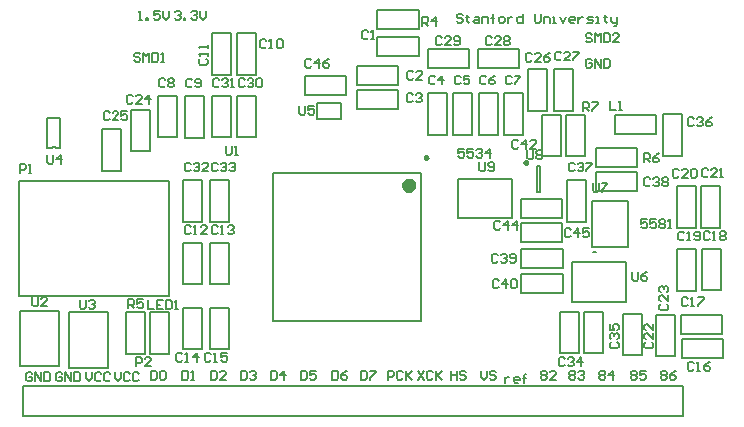
<source format=gto>
%FSTAX23Y23*%
%MOIN*%
%SFA1B1*%

%IPPOS*%
%ADD35C,0.009843*%
%ADD36C,0.023622*%
%ADD37C,0.007874*%
%ADD38C,0.005000*%
%ADD39C,0.005984*%
%LNbackscatter_tag_pcb-1*%
%LPD*%
G54D35*
X03357Y02934D02*
D01*
X03357Y02934*
X03357Y02935*
X03357Y02935*
X03356Y02935*
X03356Y02936*
X03356Y02936*
X03356Y02936*
X03356Y02937*
X03356Y02937*
X03355Y02937*
X03355Y02937*
X03355Y02938*
X03355Y02938*
X03354Y02938*
X03354Y02938*
X03354Y02938*
X03354Y02939*
X03353Y02939*
X03353Y02939*
X03353Y02939*
X03352Y02939*
X03352Y02939*
X03352*
X03351Y02939*
X03351Y02939*
X03351Y02939*
X0335Y02939*
X0335Y02939*
X0335Y02938*
X03349Y02938*
X03349Y02938*
X03349Y02938*
X03348Y02938*
X03348Y02937*
X03348Y02937*
X03348Y02937*
X03348Y02937*
X03347Y02936*
X03347Y02936*
X03347Y02936*
X03347Y02935*
X03347Y02935*
X03347Y02935*
X03347Y02934*
X03347Y02934*
X03347Y02934*
X03347Y02933*
X03347Y02933*
X03347Y02933*
X03347Y02932*
X03347Y02932*
X03347Y02932*
X03348Y02931*
X03348Y02931*
X03348Y02931*
X03348Y02931*
X03348Y0293*
X03349Y0293*
X03349Y0293*
X03349Y0293*
X0335Y0293*
X0335Y02929*
X0335Y02929*
X03351Y02929*
X03351Y02929*
X03351Y02929*
X03352Y02929*
X03352*
X03352Y02929*
X03353Y02929*
X03353Y02929*
X03353Y02929*
X03354Y02929*
X03354Y0293*
X03354Y0293*
X03354Y0293*
X03355Y0293*
X03355Y0293*
X03355Y02931*
X03355Y02931*
X03356Y02931*
X03356Y02931*
X03356Y02932*
X03356Y02932*
X03356Y02932*
X03356Y02933*
X03357Y02933*
X03357Y02933*
X03357Y02934*
X03357Y02934*
X0369Y0292D02*
D01*
X0369Y0292*
X0369Y02921*
X0369Y02921*
X0369Y02921*
X03689Y02922*
X03689Y02922*
X03689Y02922*
X03689Y02923*
X03689Y02923*
X03689Y02923*
X03688Y02923*
X03688Y02924*
X03688Y02924*
X03688Y02924*
X03687Y02924*
X03687Y02924*
X03687Y02925*
X03686Y02925*
X03686Y02925*
X03686Y02925*
X03685Y02925*
X03685Y02925*
X03685*
X03684Y02925*
X03684Y02925*
X03684Y02925*
X03683Y02925*
X03683Y02925*
X03683Y02924*
X03682Y02924*
X03682Y02924*
X03682Y02924*
X03682Y02924*
X03681Y02923*
X03681Y02923*
X03681Y02923*
X03681Y02923*
X03681Y02922*
X0368Y02922*
X0368Y02922*
X0368Y02921*
X0368Y02921*
X0368Y02921*
X0368Y0292*
X0368Y0292*
X0368Y0292*
X0368Y02919*
X0368Y02919*
X0368Y02919*
X0368Y02918*
X0368Y02918*
X03681Y02918*
X03681Y02917*
X03681Y02917*
X03681Y02917*
X03681Y02917*
X03682Y02916*
X03682Y02916*
X03682Y02916*
X03682Y02916*
X03683Y02916*
X03683Y02915*
X03683Y02915*
X03684Y02915*
X03684Y02915*
X03684Y02915*
X03685Y02915*
X03685*
X03685Y02915*
X03686Y02915*
X03686Y02915*
X03686Y02915*
X03687Y02915*
X03687Y02916*
X03687Y02916*
X03688Y02916*
X03688Y02916*
X03688Y02916*
X03688Y02917*
X03689Y02917*
X03689Y02917*
X03689Y02917*
X03689Y02918*
X03689Y02918*
X03689Y02918*
X0369Y02919*
X0369Y02919*
X0369Y02919*
X0369Y0292*
X0369Y0292*
G54D36*
X03306Y02843D02*
D01*
X03306Y02844*
X03306Y02845*
X03306Y02846*
X03306Y02847*
X03306Y02847*
X03305Y02848*
X03305Y02849*
X03305Y0285*
X03304Y0285*
X03304Y02851*
X03303Y02852*
X03303Y02852*
X03302Y02853*
X03301Y02853*
X03301Y02854*
X033Y02854*
X03299Y02854*
X03298Y02855*
X03297Y02855*
X03297Y02855*
X03296Y02855*
X03295Y02855*
X03294*
X03293Y02855*
X03293Y02855*
X03292Y02855*
X03291Y02855*
X0329Y02854*
X03289Y02854*
X03289Y02854*
X03288Y02853*
X03287Y02853*
X03287Y02852*
X03286Y02852*
X03286Y02851*
X03285Y0285*
X03285Y0285*
X03284Y02849*
X03284Y02848*
X03284Y02847*
X03283Y02847*
X03283Y02846*
X03283Y02845*
X03283Y02844*
X03283Y02843*
X03283Y02843*
X03283Y02842*
X03283Y02841*
X03283Y0284*
X03284Y02839*
X03284Y02839*
X03284Y02838*
X03285Y02837*
X03285Y02836*
X03286Y02836*
X03286Y02835*
X03287Y02835*
X03287Y02834*
X03288Y02834*
X03289Y02833*
X03289Y02833*
X0329Y02832*
X03291Y02832*
X03292Y02832*
X03293Y02832*
X03293Y02832*
X03294Y02832*
X03295*
X03296Y02832*
X03297Y02832*
X03297Y02832*
X03298Y02832*
X03299Y02832*
X033Y02833*
X03301Y02833*
X03301Y02834*
X03302Y02834*
X03303Y02835*
X03303Y02835*
X03304Y02836*
X03304Y02836*
X03305Y02837*
X03305Y02838*
X03305Y02839*
X03306Y02839*
X03306Y0284*
X03306Y02841*
X03306Y02842*
X03306Y02843*
X03306Y02843*
G54D37*
X02117Y02966D02*
D01*
X02117Y02966*
X02117Y02966*
X02117Y02967*
X02117Y02967*
X02117Y02968*
X02117Y02968*
X02116Y02969*
X02116Y02969*
X02116Y02969*
X02116Y0297*
X02115Y0297*
X02115Y0297*
X02115Y02971*
X02114Y02971*
X02114Y02971*
X02114Y02971*
X02113Y02971*
X02113Y02972*
X02112Y02972*
X02112Y02972*
X02111Y02972*
X02111Y02972*
X02111*
X0211Y02972*
X0211Y02972*
X02109Y02972*
X02109Y02972*
X02108Y02971*
X02108Y02971*
X02108Y02971*
X02107Y02971*
X02107Y02971*
X02107Y0297*
X02106Y0297*
X02106Y0297*
X02106Y02969*
X02105Y02969*
X02105Y02969*
X02105Y02968*
X02105Y02968*
X02105Y02967*
X02105Y02967*
X02104Y02966*
X02104Y02966*
X02104Y02966*
X02495Y02473D02*
Y02687D01*
Y02637D02*
Y02856D01*
X01995D02*
X02495D01*
X01995Y02473D02*
Y02856D01*
Y02473D02*
X02495D01*
X03838Y02455D02*
Y02588D01*
X04018*
Y02455D02*
Y02588D01*
X03838Y02455D02*
X04018D01*
X02842Y02883D02*
X03334D01*
X02842Y02391D02*
X03334D01*
Y02883*
X02842Y02391D02*
Y02883D01*
X02133Y02966D02*
Y03068D01*
X02089D02*
X02133D01*
X02089Y02966D02*
Y03068D01*
Y02966D02*
X02104D01*
X02117D02*
X02133D01*
X0201Y02075D02*
Y02175D01*
X0421*
Y02075D02*
Y02175D01*
X04135Y02075D02*
X0421D01*
X0201D02*
X04135D01*
X01997Y02239D02*
X02127D01*
Y02425*
X01997D02*
X02127D01*
X01997Y02239D02*
Y02425D01*
X02162Y02234D02*
X02292D01*
Y0242*
X02162D02*
X02292D01*
X02162Y02234D02*
Y0242D01*
X03723Y02907D02*
X03731D01*
X03723Y02821D02*
X03731D01*
X03723D02*
Y02907D01*
X03731Y02821D02*
Y02907D01*
X0299Y03063D02*
Y03118D01*
X0307*
Y03063D02*
Y03118D01*
X0299Y03063D02*
X0307D01*
X03459Y02733D02*
Y02865D01*
X03639*
Y02733D02*
Y02865D01*
X03459Y02733D02*
X03639D01*
X03905Y02637D02*
Y02792D01*
Y02637D02*
X04025D01*
Y02792*
X03905D02*
X04025D01*
G54D38*
X03778Y0323D02*
X03841D01*
X03778Y03092D02*
Y0323D01*
Y03092D02*
X03841D01*
Y0323*
X0434Y02348D02*
Y02411D01*
X04202D02*
X0434D01*
X04202Y02348D02*
Y02411D01*
Y02348D02*
X0434D01*
X02633Y0286D02*
X02696D01*
X02633Y02722D02*
Y0286D01*
Y02722D02*
X02696D01*
Y0286*
X02543Y02514D02*
X02606D01*
Y02652*
X02543D02*
X02606D01*
X02543Y02514D02*
Y02652D01*
X02723Y03142D02*
X02786D01*
X02723Y03004D02*
Y03142D01*
Y03004D02*
X02786D01*
Y03142*
X04188Y0263D02*
X04251D01*
X04188Y02492D02*
Y0263D01*
Y02492D02*
X04251D01*
Y0263*
X04273Y02632D02*
X04336D01*
X04273Y02494D02*
Y02632D01*
Y02494D02*
X04336D01*
Y02632*
X02638Y03142D02*
X02701D01*
X02638Y03004D02*
Y03142D01*
Y03004D02*
X02701D01*
Y03142*
X03358Y0315D02*
X03421D01*
X03358Y03012D02*
Y0315D01*
Y03012D02*
X03421D01*
Y0315*
X02273Y02892D02*
X02336D01*
Y0303*
X02273D02*
X02336D01*
X02273Y02892D02*
Y0303D01*
X03528Y0315D02*
X03591D01*
X03528Y03012D02*
Y0315D01*
Y03012D02*
X03591D01*
Y0315*
X02543Y0286D02*
X02606D01*
X02543Y02722D02*
Y0286D01*
Y02722D02*
X02606D01*
Y0286*
X04268Y02702D02*
X04331D01*
Y0284*
X04268D02*
X04331D01*
X04268Y02702D02*
Y0284D01*
X03613Y0315D02*
X03676D01*
X03613Y03012D02*
Y0315D01*
Y03012D02*
X03676D01*
Y0315*
X02548Y0314D02*
X02611D01*
X02548Y03002D02*
Y0314D01*
Y03002D02*
X02611D01*
Y0314*
X02633Y02514D02*
X02696D01*
Y02652*
X02633D02*
X02696D01*
X02633Y02514D02*
Y02652D01*
X03443Y0315D02*
X03506D01*
X03443Y03012D02*
Y0315D01*
Y03012D02*
X03506D01*
Y0315*
X02458Y03142D02*
X02521D01*
X02458Y03004D02*
Y03142D01*
Y03004D02*
X02521D01*
Y03142*
X0326Y03098D02*
Y03161D01*
X03122D02*
X0326D01*
X03122Y03098D02*
Y03161D01*
Y03098D02*
X0326D01*
Y03178D02*
Y03241D01*
X03122D02*
X0326D01*
X03122Y03178D02*
Y03241D01*
Y03178D02*
X0326D01*
X03693Y0323D02*
X03756D01*
X03693Y03092D02*
Y0323D01*
Y03092D02*
X03756D01*
Y0323*
X03662Y03233D02*
Y03296D01*
X03524D02*
X03662D01*
X03524Y03233D02*
Y03296D01*
Y03233D02*
X03662D01*
X03357D02*
Y03296D01*
Y03233D02*
X03495D01*
Y03296*
X03357D02*
X03495D01*
X02723Y0335D02*
X02786D01*
X02723Y03212D02*
Y0335D01*
Y03212D02*
X02786D01*
Y0335*
X02638D02*
X02701D01*
X02638Y03212D02*
Y0335D01*
Y03212D02*
X02701D01*
Y0335*
X04342Y02268D02*
Y02331D01*
X04204D02*
X04342D01*
X04204Y02268D02*
Y02331D01*
Y02268D02*
X04342D01*
X04188Y02702D02*
X04251D01*
Y0284*
X04188D02*
X04251D01*
X04188Y02702D02*
Y0284D01*
X03798Y02284D02*
X03861D01*
Y02422*
X03798D02*
X03861D01*
X03798Y02284D02*
Y02422D01*
X03878Y02284D02*
X03941D01*
Y02422*
X03878D02*
X03941D01*
X03878Y02284D02*
Y02422D01*
X04008Y02277D02*
X04071D01*
Y02415*
X04008D02*
X04071D01*
X04008Y02277D02*
Y02415D01*
X03327Y03273D02*
Y03336D01*
X03189D02*
X03327D01*
X03189Y03273D02*
Y03336D01*
Y03273D02*
X03327D01*
X02368Y03095D02*
X02431D01*
X02368Y02957D02*
Y03095D01*
Y02957D02*
X02431D01*
Y03095*
X02433Y02282D02*
X02496D01*
Y0242*
X02433D02*
X02496D01*
X02433Y02282D02*
Y0242D01*
X04118Y02274D02*
X04181D01*
Y02412*
X04118D02*
X04181D01*
X04118Y02274D02*
Y02412D01*
X03189Y03363D02*
Y03426D01*
Y03363D02*
X03327D01*
Y03426*
X03189D02*
X03327D01*
X02353Y02282D02*
X02416D01*
Y0242*
X02353D02*
X02416D01*
X02353Y02282D02*
Y0242D01*
X02633Y02297D02*
X02696D01*
Y02435*
X02633D02*
X02696D01*
X02633Y02297D02*
Y02435D01*
X02543Y02297D02*
X02606D01*
Y02435*
X02543D02*
X02606D01*
X02543Y02297D02*
Y02435D01*
X03823Y0286D02*
X03886D01*
X03823Y02722D02*
Y0286D01*
Y02722D02*
X03886D01*
Y0286*
X02947Y03143D02*
Y03206D01*
Y03143D02*
X03085D01*
Y03206*
X02947D02*
X03085D01*
X04143Y02942D02*
X04206D01*
Y0308*
X04143D02*
X04206D01*
X04143Y02942D02*
Y0308D01*
X03982Y03013D02*
Y03076D01*
Y03013D02*
X0412D01*
Y03076*
X03982D02*
X0412D01*
X03818Y02939D02*
X03881D01*
Y03077*
X03818D02*
X03881D01*
X03818Y02939D02*
Y03077D01*
X03738Y02939D02*
X03801D01*
Y03077*
X03738D02*
X03801D01*
X03738Y02939D02*
Y03077D01*
X03667Y02733D02*
Y02796D01*
Y02733D02*
X03805D01*
Y02796*
X03667D02*
X03805D01*
X03667Y02653D02*
Y02716D01*
Y02653D02*
X03805D01*
Y02716*
X03667D02*
X03805D01*
X03917Y02903D02*
Y02966D01*
Y02903D02*
X04055D01*
Y02966*
X03917D02*
X04055D01*
X03917Y02823D02*
Y02886D01*
Y02823D02*
X04055D01*
Y02886*
X03917D02*
X04055D01*
X03669Y02568D02*
Y02631D01*
Y02568D02*
X03807D01*
Y02631*
X03669D02*
X03807D01*
X03669Y02483D02*
Y02546D01*
Y02483D02*
X03807D01*
Y02546*
X03669D02*
X03807D01*
X0391Y02622D02*
X0392D01*
G54D39*
X0316Y03355D02*
X03155Y0336D01*
X03145*
X0314Y03355*
Y03335*
X03145Y0333*
X03155*
X0316Y03335*
X0317Y0333D02*
X0318D01*
X03175*
Y0336*
X0317Y03355*
X0331Y0322D02*
X03305Y03225D01*
X03295*
X0329Y0322*
Y032*
X03295Y03195*
X03305*
X0331Y032*
X0334Y03195D02*
X0332D01*
X0334Y03215*
Y0322*
X03335Y03225*
X03325*
X0332Y0322*
X03308Y03145D02*
X03303Y0315D01*
X03293*
X03288Y03145*
Y03125*
X03293Y0312*
X03303*
X03308Y03125*
X03318Y03145D02*
X03323Y0315D01*
X03333*
X03338Y03145*
Y0314*
X03333Y03135*
X03328*
X03333*
X03338Y0313*
Y03125*
X03333Y0312*
X03323*
X03318Y03125*
X03382Y03203D02*
X03377Y03208D01*
X03367*
X03362Y03203*
Y03184*
X03367Y03179*
X03377*
X03382Y03184*
X03406Y03179D02*
Y03208D01*
X03392Y03193*
X03411*
X03467Y03203D02*
X03462Y03208D01*
X03452*
X03447Y03203*
Y03184*
X03452Y03179*
X03462*
X03467Y03184*
X03496Y03208D02*
X03477D01*
Y03193*
X03486Y03198*
X03491*
X03496Y03193*
Y03184*
X03491Y03179*
X03482*
X03477Y03184*
X03552Y03203D02*
X03547Y03208D01*
X03537*
X03532Y03203*
Y03184*
X03537Y03179*
X03547*
X03552Y03184*
X03581Y03208D02*
X03571Y03203D01*
X03562Y03193*
Y03184*
X03567Y03179*
X03576*
X03581Y03184*
Y03189*
X03576Y03193*
X03562*
X03637Y03203D02*
X03632Y03208D01*
X03622*
X03617Y03203*
Y03184*
X03622Y03179*
X03632*
X03637Y03184*
X03647Y03208D02*
X03666D01*
Y03203*
X03647Y03184*
Y03179*
X02482Y03195D02*
X02477Y032D01*
X02467*
X02462Y03195*
Y03175*
X02467Y0317*
X02477*
X02482Y03175*
X02492Y03195D02*
X02497Y032D01*
X02506*
X02511Y03195*
Y0319*
X02506Y03185*
X02511Y0318*
Y03175*
X02506Y0317*
X02497*
X02492Y03175*
Y0318*
X02497Y03185*
X02492Y0319*
Y03195*
X02497Y03185D02*
X02506D01*
X02572Y03193D02*
X02567Y03198D01*
X02557*
X02552Y03193*
Y03174*
X02557Y03169*
X02567*
X02572Y03174*
X02582D02*
X02587Y03169D01*
X02596*
X02601Y03174*
Y03193*
X02596Y03198*
X02587*
X02582Y03193*
Y03188*
X02587Y03183*
X02601*
X0282Y03325D02*
X02815Y0333D01*
X02805*
X028Y03325*
Y03305*
X02805Y033*
X02815*
X0282Y03305*
X0283Y033D02*
X0284D01*
X02835*
Y0333*
X0283Y03325*
X02855D02*
X0286Y0333D01*
X02869*
X02874Y03325*
Y03305*
X02869Y033*
X0286*
X02855Y03305*
Y03325*
X026Y03265D02*
X02595Y0326D01*
Y0325*
X026Y03245*
X0262*
X02625Y0325*
Y0326*
X0262Y03265*
X02625Y03275D02*
Y03285D01*
Y0328*
X02595*
X026Y03275*
X02625Y033D02*
Y03309D01*
Y03305*
X02595*
X026Y033*
X02567Y02705D02*
X02562Y0271D01*
X02552*
X02547Y02705*
Y02685*
X02552Y0268*
X02562*
X02567Y02685*
X02577Y0268D02*
X02586D01*
X02582*
Y0271*
X02577Y02705*
X02621Y0268D02*
X02601D01*
X02621Y027*
Y02705*
X02616Y0271*
X02606*
X02601Y02705*
X02657D02*
X02652Y0271D01*
X02642*
X02637Y02705*
Y02685*
X02642Y0268*
X02652*
X02657Y02685*
X02667Y0268D02*
X02676D01*
X02672*
Y0271*
X02667Y02705*
X02691D02*
X02696Y0271D01*
X02706*
X02711Y02705*
Y027*
X02706Y02695*
X02701*
X02706*
X02711Y0269*
Y02685*
X02706Y0268*
X02696*
X02691Y02685*
X0254Y0228D02*
X02535Y02285D01*
X02525*
X0252Y0228*
Y0226*
X02525Y02255*
X02535*
X0254Y0226*
X0255Y02255D02*
X0256D01*
X02555*
Y02285*
X0255Y0228*
X02589Y02255D02*
Y02285D01*
X02575Y0227*
X02594*
X02635Y0228D02*
X0263Y02285D01*
X0262*
X02615Y0228*
Y0226*
X0262Y02255*
X0263*
X02635Y0226*
X02645Y02255D02*
X02655D01*
X0265*
Y02285*
X02645Y0228*
X02689Y02285D02*
X0267D01*
Y0227*
X02679Y02275*
X02684*
X02689Y0227*
Y0226*
X02684Y02255*
X02675*
X0267Y0226*
X04245Y0225D02*
X0424Y02255D01*
X0423*
X04225Y0225*
Y0223*
X0423Y02225*
X0424*
X04245Y0223*
X04255Y02225D02*
X04265D01*
X0426*
Y02255*
X04255Y0225*
X04299Y02255D02*
X04289Y0225D01*
X0428Y0224*
Y0223*
X04285Y02225*
X04294*
X04299Y0223*
Y02235*
X04294Y0224*
X0428*
X04225Y02465D02*
X0422Y0247D01*
X0421*
X04205Y02465*
Y02445*
X0421Y0244*
X0422*
X04225Y02445*
X04235Y0244D02*
X04245D01*
X0424*
Y0247*
X04235Y02465*
X0426Y0247D02*
X0428D01*
Y02465*
X0426Y02445*
Y0244*
X04297Y02685D02*
X04292Y0269D01*
X04282*
X04277Y02685*
Y02665*
X04282Y0266*
X04292*
X04297Y02665*
X04307Y0266D02*
X04316D01*
X04312*
Y0269*
X04307Y02685*
X04331D02*
X04336Y0269D01*
X04346*
X04351Y02685*
Y0268*
X04346Y02675*
X04351Y0267*
Y02665*
X04346Y0266*
X04336*
X04331Y02665*
Y0267*
X04336Y02675*
X04331Y0268*
Y02685*
X04336Y02675D02*
X04346D01*
X04212Y02683D02*
X04207Y02688D01*
X04197*
X04192Y02683*
Y02664*
X04197Y02659*
X04207*
X04212Y02664*
X04222Y02659D02*
X04231D01*
X04227*
Y02688*
X04222Y02683*
X04246Y02664D02*
X04251Y02659D01*
X04261*
X04266Y02664*
Y02683*
X04261Y02688*
X04251*
X04246Y02683*
Y02678*
X04251Y02673*
X04266*
X04195Y02893D02*
X0419Y02898D01*
X0418*
X04175Y02893*
Y02873*
X0418Y02868*
X0419*
X04195Y02873*
X04225Y02868D02*
X04205D01*
X04225Y02888*
Y02893*
X0422Y02898*
X0421*
X04205Y02893*
X04235D02*
X04239Y02898D01*
X04249*
X04254Y02893*
Y02873*
X04249Y02868*
X04239*
X04235Y02873*
Y02893*
X04292Y02894D02*
X04287Y02899D01*
X04277*
X04272Y02894*
Y02874*
X04277Y02869*
X04287*
X04292Y02874*
X04321Y02869D02*
X04302D01*
X04321Y02889*
Y02894*
X04316Y02899*
X04307*
X04302Y02894*
X04331Y02869D02*
X04341D01*
X04336*
Y02899*
X04331Y02894*
X04085Y0232D02*
X0408Y02315D01*
Y02305*
X04085Y023*
X04105*
X0411Y02305*
Y02315*
X04105Y0232*
X0411Y0235D02*
Y0233D01*
X0409Y0235*
X04085*
X0408Y02345*
Y02335*
X04085Y0233*
X0411Y02379D02*
Y0236D01*
X0409Y02379*
X04085*
X0408Y02374*
Y02364*
X04085Y0236*
X04135Y02446D02*
X0413Y02441D01*
Y02431*
X04135Y02426*
X04155*
X0416Y02431*
Y02441*
X04155Y02446*
X0416Y02476D02*
Y02456D01*
X0414Y02476*
X04135*
X0413Y02471*
Y02461*
X04135Y02456*
Y02486D02*
X0413Y02491D01*
Y02501*
X04135Y02506*
X0414*
X04145Y02501*
Y02496*
Y02501*
X0415Y02506*
X04155*
X0416Y02501*
Y02491*
X04155Y02486*
X02375Y0314D02*
X0237Y03145D01*
X0236*
X02355Y0314*
Y0312*
X0236Y03115*
X0237*
X02375Y0312*
X02405Y03115D02*
X02385D01*
X02405Y03135*
Y0314*
X024Y03145*
X0239*
X02385Y0314*
X02429Y03115D02*
Y03145D01*
X02415Y0313*
X02434*
X02297Y03084D02*
X02292Y03089D01*
X02282*
X02277Y03084*
Y03064*
X02282Y03059*
X02292*
X02297Y03064*
X02326Y03059D02*
X02307D01*
X02326Y03079*
Y03084*
X02321Y03089*
X02312*
X02307Y03084*
X02356Y03089D02*
X02336D01*
Y03074*
X02346Y03079*
X02351*
X02356Y03074*
Y03064*
X02351Y03059*
X02341*
X02336Y03064*
X03705Y0328D02*
X037Y03285D01*
X0369*
X03685Y0328*
Y0326*
X0369Y03255*
X037*
X03705Y0326*
X03735Y03255D02*
X03715D01*
X03735Y03275*
Y0328*
X0373Y03285*
X0372*
X03715Y0328*
X03764Y03285D02*
X03754Y0328D01*
X03745Y0327*
Y0326*
X03749Y03255*
X03759*
X03764Y0326*
Y03265*
X03759Y0327*
X03745*
X03802Y03283D02*
X03797Y03288D01*
X03787*
X03782Y03283*
Y03264*
X03787Y03259*
X03797*
X03802Y03264*
X03831Y03259D02*
X03812D01*
X03831Y03278*
Y03283*
X03826Y03288*
X03817*
X03812Y03283*
X03841Y03288D02*
X03861D01*
Y03283*
X03841Y03264*
Y03259*
X03571Y03335D02*
X03566Y0334D01*
X03556*
X03551Y03335*
Y03315*
X03556Y0331*
X03566*
X03571Y03315*
X03601Y0331D02*
X03581D01*
X03601Y0333*
Y03335*
X03596Y0334*
X03586*
X03581Y03335*
X03611D02*
X03616Y0334D01*
X03626*
X03631Y03335*
Y0333*
X03626Y03325*
X03631Y0332*
Y03315*
X03626Y0331*
X03616*
X03611Y03315*
Y0332*
X03616Y03325*
X03611Y0333*
Y03335*
X03616Y03325D02*
X03626D01*
X03405Y03335D02*
X034Y0334D01*
X0339*
X03385Y03335*
Y03315*
X0339Y0331*
X034*
X03405Y03315*
X03435Y0331D02*
X03415D01*
X03435Y0333*
Y03335*
X0343Y0334*
X0342*
X03415Y03335*
X03445Y03315D02*
X03449Y0331D01*
X03459*
X03464Y03315*
Y03335*
X03459Y0334*
X03449*
X03445Y03335*
Y0333*
X03449Y03325*
X03464*
X02747Y03195D02*
X02742Y032D01*
X02732*
X02727Y03195*
Y03175*
X02732Y0317*
X02742*
X02747Y03175*
X02757Y03195D02*
X02762Y032D01*
X02771*
X02776Y03195*
Y0319*
X02771Y03185*
X02766*
X02771*
X02776Y0318*
Y03175*
X02771Y0317*
X02762*
X02757Y03175*
X02786Y03195D02*
X02791Y032D01*
X02801*
X02806Y03195*
Y03175*
X02801Y0317*
X02791*
X02786Y03175*
Y03195*
X02662Y03195D02*
X02657Y032D01*
X02647*
X02642Y03195*
Y03175*
X02647Y0317*
X02657*
X02662Y03175*
X02672Y03195D02*
X02677Y032D01*
X02686*
X02691Y03195*
Y0319*
X02686Y03185*
X02681*
X02686*
X02691Y0318*
Y03175*
X02686Y0317*
X02677*
X02672Y03175*
X02701Y0317D02*
X02711D01*
X02706*
Y032*
X02701Y03195*
X02567Y02913D02*
X02562Y02918D01*
X02552*
X02547Y02913*
Y02894*
X02552Y02889*
X02562*
X02567Y02894*
X02577Y02913D02*
X02582Y02918D01*
X02591*
X02596Y02913*
Y02908*
X02591Y02903*
X02586*
X02591*
X02596Y02899*
Y02894*
X02591Y02889*
X02582*
X02577Y02894*
X02626Y02889D02*
X02606D01*
X02626Y02908*
Y02913*
X02621Y02918*
X02611*
X02606Y02913*
X02657D02*
X02652Y02918D01*
X02642*
X02637Y02913*
Y02894*
X02642Y02889*
X02652*
X02657Y02894*
X02667Y02913D02*
X02672Y02918D01*
X02681*
X02686Y02913*
Y02908*
X02681Y02903*
X02676*
X02681*
X02686Y02899*
Y02894*
X02681Y02889*
X02672*
X02667Y02894*
X02696Y02913D02*
X02701Y02918D01*
X02711*
X02716Y02913*
Y02908*
X02711Y02903*
X02706*
X02711*
X02716Y02899*
Y02894*
X02711Y02889*
X02701*
X02696Y02894*
X03815Y02265D02*
X0381Y0227D01*
X038*
X03795Y02265*
Y02245*
X038Y0224*
X0381*
X03815Y02245*
X03825Y02265D02*
X0383Y0227D01*
X0384*
X03845Y02265*
Y0226*
X0384Y02255*
X03835*
X0384*
X03845Y0225*
Y02245*
X0384Y0224*
X0383*
X03825Y02245*
X03869Y0224D02*
Y0227D01*
X03855Y02255*
X03874*
X0397Y0232D02*
X03965Y02315D01*
Y02305*
X0397Y023*
X0399*
X03995Y02305*
Y02315*
X0399Y0232*
X0397Y0233D02*
X03965Y02335D01*
Y02345*
X0397Y0235*
X03975*
X0398Y02345*
Y0234*
Y02345*
X03985Y0235*
X0399*
X03995Y02345*
Y02335*
X0399Y0233*
X03965Y02379D02*
Y0236D01*
X0398*
X03975Y02369*
Y02374*
X0398Y02379*
X0399*
X03995Y02374*
Y02364*
X0399Y0236*
X02425Y0246D02*
Y0243D01*
X02445*
X02475Y0246D02*
X02455D01*
Y0243*
X02475*
X02455Y02445D02*
X02465D01*
X02485Y0246D02*
Y0243D01*
X02499*
X02504Y02435*
Y02455*
X02499Y0246*
X02485*
X02514Y0243D02*
X02524D01*
X02519*
Y0246*
X02514Y02455*
X01997Y02885D02*
Y02915D01*
X02012*
X02017Y0291*
Y029*
X02012Y02895*
X01997*
X02027Y02885D02*
X02036D01*
X02032*
Y02915*
X02027Y0291*
X0334Y03375D02*
Y03405D01*
X03355*
X0336Y034*
Y0339*
X03355Y03385*
X0334*
X0335D02*
X0336Y03375D01*
X03385D02*
Y03405D01*
X0337Y0339*
X0339*
X024Y0328D02*
X02395Y03285D01*
X02385*
X0238Y0328*
Y03275*
X02385Y0327*
X02395*
X024Y03265*
Y0326*
X02395Y03255*
X02385*
X0238Y0326*
X0241Y03255D02*
Y03285D01*
X0242Y03275*
X0243Y03285*
Y03255*
X0244Y03285D02*
Y03255D01*
X02454*
X02459Y0326*
Y0328*
X02454Y03285*
X0244*
X02469Y03255D02*
X02479D01*
X02474*
Y03285*
X02469Y0328*
X03905Y03345D02*
X039Y0335D01*
X0389*
X03885Y03345*
Y0334*
X0389Y03335*
X039*
X03905Y0333*
Y03325*
X039Y0332*
X0389*
X03885Y03325*
X03915Y0332D02*
Y0335D01*
X03925Y0334*
X03935Y0335*
Y0332*
X03945Y0335D02*
Y0332D01*
X03959*
X03964Y03325*
Y03345*
X03959Y0335*
X03945*
X03994Y0332D02*
X03974D01*
X03994Y0334*
Y03345*
X03989Y0335*
X03979*
X03974Y03345*
X02685Y02975D02*
Y0295D01*
X0269Y02945*
X027*
X02705Y0295*
Y02975*
X02715Y02945D02*
X02725D01*
X0272*
Y02975*
X02715Y0297*
X0209Y02945D02*
Y0292D01*
X02095Y02915*
X02105*
X0211Y0292*
Y02945*
X02135Y02915D02*
Y02945D01*
X0212Y0293*
X0214*
X04039Y02554D02*
Y02529D01*
X04044Y02524*
X04054*
X04059Y02529*
Y02554*
X04089D02*
X04079Y02549D01*
X04069Y02539*
Y02529*
X04074Y02524*
X04084*
X04089Y02529*
Y02534*
X04084Y02539*
X04069*
X03965Y03125D02*
Y03095D01*
X03985*
X03995D02*
X04005D01*
X04*
Y03125*
X03995Y0312*
X02385Y0224D02*
Y0227D01*
X024*
X02405Y02265*
Y02255*
X024Y0225*
X02385*
X02435Y0224D02*
X02415D01*
X02435Y0226*
Y02265*
X0243Y0227*
X0242*
X02415Y02265*
X0236Y02433D02*
Y02463D01*
X02375*
X0238Y02458*
Y02448*
X02375Y02443*
X0236*
X0237D02*
X0238Y02433D01*
X0241Y02463D02*
X0239D01*
Y02448*
X024Y02453*
X02405*
X0241Y02448*
Y02438*
X02405Y02433*
X02395*
X0239Y02438*
X0204Y02469D02*
Y02444D01*
X02045Y02439*
X02055*
X0206Y02444*
Y02469*
X0209Y02439D02*
X0207D01*
X0209Y02459*
Y02464*
X02085Y02469*
X02075*
X0207Y02464*
X02197Y02462D02*
Y02437D01*
X02202Y02432*
X02212*
X02217Y02437*
Y02462*
X02227Y02457D02*
X02232Y02462D01*
X02242*
X02247Y02457*
Y02452*
X02242Y02447*
X02237*
X02242*
X02247Y02442*
Y02437*
X02242Y02432*
X02232*
X02227Y02437*
X03847Y02913D02*
X03842Y02918D01*
X03832*
X03827Y02913*
Y02894*
X03832Y02889*
X03842*
X03847Y02894*
X03857Y02913D02*
X03862Y02918D01*
X03871*
X03876Y02913*
Y02908*
X03871Y02903*
X03866*
X03871*
X03876Y02899*
Y02894*
X03871Y02889*
X03862*
X03857Y02894*
X03886Y02918D02*
X03906D01*
Y02913*
X03886Y02894*
Y02889*
X041Y02865D02*
X04095Y0287D01*
X04085*
X0408Y02865*
Y02845*
X04085Y0284*
X04095*
X041Y02845*
X0411Y02865D02*
X04115Y0287D01*
X04125*
X0413Y02865*
Y0286*
X04125Y02855*
X0412*
X04125*
X0413Y0285*
Y02845*
X04125Y0284*
X04115*
X0411Y02845*
X0414Y02865D02*
X04144Y0287D01*
X04154*
X04159Y02865*
Y0286*
X04154Y02855*
X04159Y0285*
Y02845*
X04154Y0284*
X04144*
X0414Y02845*
Y0285*
X04144Y02855*
X0414Y0286*
Y02865*
X04144Y02855D02*
X04154D01*
X03591Y0261D02*
X03586Y02615D01*
X03576*
X03571Y0261*
Y0259*
X03576Y02585*
X03586*
X03591Y0259*
X03601Y0261D02*
X03606Y02615D01*
X03616*
X03621Y0261*
Y02605*
X03616Y026*
X03611*
X03616*
X03621Y02595*
Y0259*
X03616Y02585*
X03606*
X03601Y0259*
X03631D02*
X03636Y02585D01*
X03646*
X03651Y0259*
Y0261*
X03646Y02615*
X03636*
X03631Y0261*
Y02605*
X03636Y026*
X03651*
X03595Y02525D02*
X0359Y0253D01*
X0358*
X03575Y02525*
Y02505*
X0358Y025*
X0359*
X03595Y02505*
X0362Y025D02*
Y0253D01*
X03605Y02515*
X03625*
X03635Y02525D02*
X03639Y0253D01*
X03649*
X03654Y02525*
Y02505*
X03649Y025*
X03639*
X03635Y02505*
Y02525*
X0366Y0299D02*
X03655Y02995D01*
X03645*
X0364Y0299*
Y0297*
X03645Y02965*
X03655*
X0366Y0297*
X03685Y02965D02*
Y02995D01*
X0367Y0298*
X0369*
X03719Y02965D02*
X037D01*
X03719Y02985*
Y0299*
X03714Y02995*
X03704*
X037Y0299*
X036Y0272D02*
X03595Y02725D01*
X03585*
X0358Y0272*
Y027*
X03585Y02695*
X03595*
X036Y027*
X03625Y02695D02*
Y02725D01*
X0361Y0271*
X0363*
X03654Y02695D02*
Y02725D01*
X0364Y0271*
X03659*
X03835Y02695D02*
X0383Y027D01*
X0382*
X03815Y02695*
Y02675*
X0382Y0267*
X0383*
X03835Y02675*
X0386Y0267D02*
Y027D01*
X03845Y02685*
X03865*
X03894Y027D02*
X03875D01*
Y02685*
X03884Y0269*
X03889*
X03894Y02685*
Y02675*
X03889Y0267*
X03879*
X03875Y02675*
X0297Y0326D02*
X02965Y03265D01*
X02955*
X0295Y0326*
Y0324*
X02955Y03235*
X02965*
X0297Y0324*
X02995Y03235D02*
Y03265D01*
X0298Y0325*
X03*
X0303Y03265D02*
X0302Y0326D01*
X0301Y0325*
Y0324*
X03015Y03235*
X03025*
X0303Y0324*
Y03245*
X03025Y0325*
X0301*
X04078Y0292D02*
Y0295D01*
X04093*
X04098Y02945*
Y02935*
X04093Y0293*
X04078*
X04088D02*
X04098Y0292D01*
X04128Y0295D02*
X04118Y02945D01*
X04108Y02935*
Y02925*
X04113Y0292*
X04123*
X04128Y02925*
Y0293*
X04123Y02935*
X04108*
X03875Y0309D02*
Y0312D01*
X0389*
X03895Y03115*
Y03105*
X0389Y031*
X03875*
X03885D02*
X03895Y0309D01*
X03905Y0312D02*
X03925D01*
Y03115*
X03905Y03095*
Y0309*
X02929Y03108D02*
Y03083D01*
X02934Y03078*
X02944*
X02949Y03083*
Y03108*
X02979D02*
X02959D01*
Y03093*
X02969Y03098*
X02974*
X02979Y03093*
Y03083*
X02974Y03078*
X02964*
X02959Y03083*
X0353Y0292D02*
Y02895D01*
X03535Y0289*
X03545*
X0355Y02895*
Y0292*
X0356Y02895D02*
X03565Y0289D01*
X03575*
X0358Y02895*
Y02915*
X03575Y0292*
X03565*
X0356Y02915*
Y0291*
X03565Y02905*
X0358*
X0369Y0296D02*
Y02935D01*
X03695Y0293*
X03705*
X0371Y02935*
Y0296*
X0372Y02955D02*
X03725Y0296D01*
X03735*
X0374Y02955*
Y0295*
X03735Y02945*
X0374Y0294*
Y02935*
X03735Y0293*
X03725*
X0372Y02935*
Y0294*
X03725Y02945*
X0372Y0295*
Y02955*
X03725Y02945D02*
X03735D01*
X04245Y03065D02*
X0424Y0307D01*
X0423*
X04225Y03065*
Y03045*
X0423Y0304*
X0424*
X04245Y03045*
X04255Y03065D02*
X0426Y0307D01*
X0427*
X04275Y03065*
Y0306*
X0427Y03055*
X04265*
X0427*
X04275Y0305*
Y03045*
X0427Y0304*
X0426*
X04255Y03045*
X04304Y0307D02*
X04294Y03065D01*
X04285Y03055*
Y03045*
X04289Y0304*
X04299*
X04304Y03045*
Y0305*
X04299Y03055*
X04285*
X03907Y02852D02*
Y02827D01*
X03912Y02822*
X03922*
X03927Y02827*
Y02852*
X03937D02*
X03956D01*
Y02847*
X03937Y02827*
Y02822*
X0204Y02215D02*
X02035Y0222D01*
X02025*
X0202Y02215*
Y02195*
X02025Y0219*
X02035*
X0204Y02195*
Y02205*
X0203*
X0205Y0219D02*
Y0222D01*
X0207Y0219*
Y0222*
X0208D02*
Y0219D01*
X02094*
X02099Y02195*
Y02215*
X02094Y0222*
X0208*
X0214Y02215D02*
X02135Y0222D01*
X02125*
X0212Y02215*
Y02195*
X02125Y0219*
X02135*
X0214Y02195*
Y02205*
X0213*
X0215Y0219D02*
Y0222D01*
X0217Y0219*
Y0222*
X0218D02*
Y0219D01*
X02194*
X02199Y02195*
Y02215*
X02194Y0222*
X0218*
X0222D02*
Y022D01*
X0223Y0219*
X0224Y022*
Y0222*
X0227Y02215D02*
X02265Y0222D01*
X02255*
X0225Y02215*
Y02195*
X02255Y0219*
X02265*
X0227Y02195*
X02299Y02215D02*
X02294Y0222D01*
X02284*
X0228Y02215*
Y02195*
X02284Y0219*
X02294*
X02299Y02195*
X02315Y0222D02*
Y022D01*
X02325Y0219*
X02335Y022*
Y0222*
X02365Y02215D02*
X0236Y0222D01*
X0235*
X02345Y02215*
Y02195*
X0235Y0219*
X0236*
X02365Y02195*
X02394Y02215D02*
X02389Y0222D01*
X02379*
X02375Y02215*
Y02195*
X02379Y0219*
X02389*
X02394Y02195*
X02435Y02225D02*
Y02195D01*
X0245*
X02455Y022*
Y0222*
X0245Y02225*
X02435*
X02465Y0222D02*
X0247Y02225D01*
X0248*
X02485Y0222*
Y022*
X0248Y02195*
X0247*
X02465Y022*
Y0222*
X0254Y02225D02*
Y02195D01*
X02555*
X0256Y022*
Y0222*
X02555Y02225*
X0254*
X0257Y02195D02*
X0258D01*
X02575*
Y02225*
X0257Y0222*
X02635Y02225D02*
Y02195D01*
X0265*
X02655Y022*
Y0222*
X0265Y02225*
X02635*
X02685Y02195D02*
X02665D01*
X02685Y02215*
Y0222*
X0268Y02225*
X0267*
X02665Y0222*
X02735Y02225D02*
Y02195D01*
X0275*
X02755Y022*
Y0222*
X0275Y02225*
X02735*
X02765Y0222D02*
X0277Y02225D01*
X0278*
X02785Y0222*
Y02215*
X0278Y0221*
X02775*
X0278*
X02785Y02205*
Y022*
X0278Y02195*
X0277*
X02765Y022*
X02835Y02225D02*
Y02195D01*
X0285*
X02855Y022*
Y0222*
X0285Y02225*
X02835*
X0288Y02195D02*
Y02225D01*
X02865Y0221*
X02885*
X02935Y02225D02*
Y02195D01*
X0295*
X02955Y022*
Y0222*
X0295Y02225*
X02935*
X02985D02*
X02965D01*
Y0221*
X02975Y02215*
X0298*
X02985Y0221*
Y022*
X0298Y02195*
X0297*
X02965Y022*
X0304Y02225D02*
Y02195D01*
X03055*
X0306Y022*
Y0222*
X03055Y02225*
X0304*
X0309D02*
X0308Y0222D01*
X0307Y0221*
Y022*
X03075Y02195*
X03085*
X0309Y022*
Y02205*
X03085Y0221*
X0307*
X03135Y02225D02*
Y02195D01*
X0315*
X03155Y022*
Y0222*
X0315Y02225*
X03135*
X03165D02*
X03185D01*
Y0222*
X03165Y022*
Y02195*
X03225D02*
Y02225D01*
X0324*
X03245Y0222*
Y0221*
X0324Y02205*
X03225*
X03275Y0222D02*
X0327Y02225D01*
X0326*
X03255Y0222*
Y022*
X0326Y02195*
X0327*
X03275Y022*
X03285Y02225D02*
Y02195D01*
Y02205*
X03304Y02225*
X03289Y0221*
X03304Y02195*
X03325Y02225D02*
X03345Y02195D01*
Y02225D02*
X03325Y02195D01*
X03375Y0222D02*
X0337Y02225D01*
X0336*
X03355Y0222*
Y022*
X0336Y02195*
X0337*
X03375Y022*
X03385Y02225D02*
Y02195D01*
Y02205*
X03404Y02225*
X03389Y0221*
X03404Y02195*
X03435Y02225D02*
Y02195D01*
Y0221*
X03455*
Y02225*
Y02195*
X03485Y0222D02*
X0348Y02225D01*
X0347*
X03465Y0222*
Y02215*
X0347Y0221*
X0348*
X03485Y02205*
Y022*
X0348Y02195*
X0347*
X03465Y022*
X03535Y02225D02*
Y02205D01*
X03545Y02195*
X03555Y02205*
Y02225*
X03585Y0222D02*
X0358Y02225D01*
X0357*
X03565Y0222*
Y02215*
X0357Y0221*
X0358*
X03585Y02205*
Y022*
X0358Y02195*
X0357*
X03565Y022*
X03615Y02205D02*
Y02185D01*
Y02195*
X0362Y022*
X03625Y02205*
X0363*
X0366Y02185D02*
X0365D01*
X03645Y0219*
Y022*
X0365Y02205*
X0366*
X03665Y022*
Y02195*
X03645*
X03679Y02185D02*
Y0221D01*
Y022*
X03675*
X03684*
X03679*
Y0221*
X03684Y02215*
X03735Y0222D02*
X0374Y02225D01*
X0375*
X03755Y0222*
Y02215*
X0375Y0221*
X03755Y02205*
Y022*
X0375Y02195*
X0374*
X03735Y022*
Y02205*
X0374Y0221*
X03735Y02215*
Y0222*
X0374Y0221D02*
X0375D01*
X03785Y02195D02*
X03765D01*
X03785Y02215*
Y0222*
X0378Y02225*
X0377*
X03765Y0222*
X0383D02*
X03835Y02225D01*
X03845*
X0385Y0222*
Y02215*
X03845Y0221*
X0385Y02205*
Y022*
X03845Y02195*
X03835*
X0383Y022*
Y02205*
X03835Y0221*
X0383Y02215*
Y0222*
X03835Y0221D02*
X03845D01*
X0386Y0222D02*
X03865Y02225D01*
X03875*
X0388Y0222*
Y02215*
X03875Y0221*
X0387*
X03875*
X0388Y02205*
Y022*
X03875Y02195*
X03865*
X0386Y022*
X0393Y0222D02*
X03935Y02225D01*
X03945*
X0395Y0222*
Y02215*
X03945Y0221*
X0395Y02205*
Y022*
X03945Y02195*
X03935*
X0393Y022*
Y02205*
X03935Y0221*
X0393Y02215*
Y0222*
X03935Y0221D02*
X03945D01*
X03975Y02195D02*
Y02225D01*
X0396Y0221*
X0398*
X04035Y0222D02*
X0404Y02225D01*
X0405*
X04055Y0222*
Y02215*
X0405Y0221*
X04055Y02205*
Y022*
X0405Y02195*
X0404*
X04035Y022*
Y02205*
X0404Y0221*
X04035Y02215*
Y0222*
X0404Y0221D02*
X0405D01*
X04085Y02225D02*
X04065D01*
Y0221*
X04075Y02215*
X0408*
X04085Y0221*
Y022*
X0408Y02195*
X0407*
X04065Y022*
X04135Y0222D02*
X0414Y02225D01*
X0415*
X04155Y0222*
Y02215*
X0415Y0221*
X04155Y02205*
Y022*
X0415Y02195*
X0414*
X04135Y022*
Y02205*
X0414Y0221*
X04135Y02215*
Y0222*
X0414Y0221D02*
X0415D01*
X04185Y02225D02*
X04175Y0222D01*
X04165Y0221*
Y022*
X0417Y02195*
X0418*
X04185Y022*
Y02205*
X0418Y0221*
X04165*
X02395Y03395D02*
X02405D01*
X024*
Y03425*
X02395Y0342*
X0242Y03395D02*
Y034D01*
X02425*
Y03395*
X0242*
X02464Y03425D02*
X02445D01*
Y0341*
X02455Y03415*
X02459*
X02464Y0341*
Y034*
X02459Y03395*
X0245*
X02445Y034*
X02474Y03425D02*
Y03405D01*
X02484Y03395*
X02494Y03405*
Y03425*
X02515Y0342D02*
X0252Y03425D01*
X0253*
X02535Y0342*
Y03415*
X0253Y0341*
X02525*
X0253*
X02535Y03405*
Y034*
X0253Y03395*
X0252*
X02515Y034*
X02545Y03395D02*
Y034D01*
X0255*
Y03395*
X02545*
X0257Y0342D02*
X02575Y03425D01*
X02584*
X02589Y0342*
Y03415*
X02584Y0341*
X02579*
X02584*
X02589Y03405*
Y034*
X02584Y03395*
X02575*
X0257Y034*
X02599Y03425D02*
Y03405D01*
X02609Y03395*
X02619Y03405*
Y03425*
X03475Y0341D02*
X0347Y03415D01*
X0346*
X03455Y0341*
Y03405*
X0346Y034*
X0347*
X03475Y03395*
Y0339*
X0347Y03385*
X0346*
X03455Y0339*
X0349Y0341D02*
Y03405D01*
X03485*
X03495*
X0349*
Y0339*
X03495Y03385*
X03515Y03405D02*
X03524D01*
X03529Y034*
Y03385*
X03515*
X0351Y0339*
X03515Y03395*
X03529*
X03539Y03385D02*
Y03405D01*
X03554*
X03559Y034*
Y03385*
X03574D02*
Y0341D01*
Y034*
X03569*
X03579*
X03574*
Y0341*
X03579Y03415*
X03599Y03385D02*
X03609D01*
X03614Y0339*
Y034*
X03609Y03405*
X03599*
X03594Y034*
Y0339*
X03599Y03385*
X03624Y03405D02*
Y03385D01*
Y03395*
X03629Y034*
X03634Y03405*
X03639*
X03674Y03415D02*
Y03385D01*
X03659*
X03654Y0339*
Y034*
X03659Y03405*
X03674*
X03714Y03415D02*
Y0339D01*
X03719Y03385*
X03729*
X03734Y0339*
Y03415*
X03744Y03385D02*
Y03405D01*
X03759*
X03764Y034*
Y03385*
X03774D02*
X03784D01*
X03779*
Y03405*
X03774*
X03799D02*
X03809Y03385D01*
X03819Y03405*
X03844Y03385D02*
X03834D01*
X03829Y0339*
Y034*
X03834Y03405*
X03844*
X03849Y034*
Y03395*
X03829*
X03859Y03405D02*
Y03385D01*
Y03395*
X03864Y034*
X03869Y03405*
X03874*
X03889Y03385D02*
X03904D01*
X03909Y0339*
X03904Y03395*
X03894*
X03889Y034*
X03894Y03405*
X03909*
X03919Y03385D02*
X03929D01*
X03924*
Y03405*
X03919*
X03949Y0341D02*
Y03405D01*
X03944*
X03954*
X03949*
Y0339*
X03954Y03385*
X03969Y03405D02*
Y0339D01*
X03974Y03385*
X03989*
Y0338*
X03984Y03375*
X03979*
X03989Y03385D02*
Y03405D01*
X03905Y0326D02*
X039Y03265D01*
X0389*
X03885Y0326*
Y0324*
X0389Y03235*
X039*
X03905Y0324*
Y0325*
X03895*
X03915Y03235D02*
Y03265D01*
X03935Y03235*
Y03265*
X03945D02*
Y03235D01*
X03959*
X03964Y0324*
Y0326*
X03959Y03265*
X03945*
X0409Y0273D02*
X0407D01*
Y02715*
X0408Y0272*
X04085*
X0409Y02715*
Y02705*
X04085Y027*
X04075*
X0407Y02705*
X0412Y0273D02*
X041D01*
Y02715*
X0411Y0272*
X04115*
X0412Y02715*
Y02705*
X04115Y027*
X04105*
X041Y02705*
X0413Y02725D02*
X04134Y0273D01*
X04144*
X04149Y02725*
Y0272*
X04144Y02715*
X04149Y0271*
Y02705*
X04144Y027*
X04134*
X0413Y02705*
Y0271*
X04134Y02715*
X0413Y0272*
Y02725*
X04134Y02715D02*
X04144D01*
X04159Y027D02*
X04169D01*
X04164*
Y0273*
X04159Y02725*
X0348Y02965D02*
X0346D01*
Y0295*
X0347Y02955*
X03475*
X0348Y0295*
Y0294*
X03475Y02935*
X03465*
X0346Y0294*
X0351Y02965D02*
X0349D01*
Y0295*
X035Y02955*
X03505*
X0351Y0295*
Y0294*
X03505Y02935*
X03495*
X0349Y0294*
X0352Y0296D02*
X03524Y02965D01*
X03534*
X03539Y0296*
Y02955*
X03534Y0295*
X03529*
X03534*
X03539Y02945*
Y0294*
X03534Y02935*
X03524*
X0352Y0294*
X03564Y02935D02*
Y02965D01*
X03549Y0295*
X03569*
M02*
</source>
